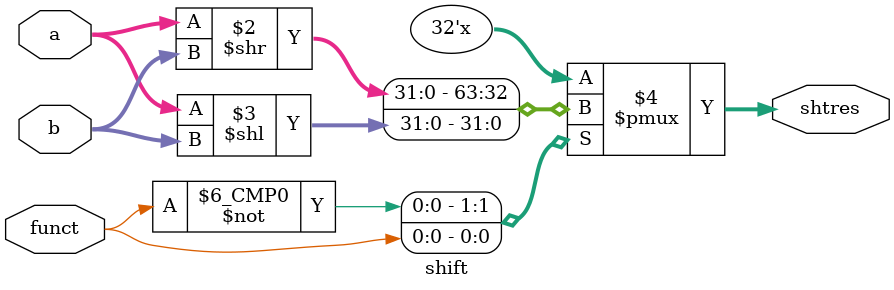
<source format=v>
`timescale 1ns / 1ps

module shift(input[31:0]a,input[4:0]b, input funct, output reg[31:0]shtres);
always@(*)
begin
case(funct)
2'b0:shtres=a>>b;
2'b1:shtres=a<<b;
endcase
end
endmodule


</source>
